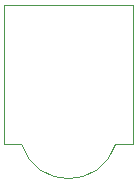
<source format=gbr>
%TF.GenerationSoftware,KiCad,Pcbnew,(5.1.8)-1*%
%TF.CreationDate,2021-09-09T14:13:13-04:00*%
%TF.ProjectId,IR_TEMP_V1,49525f54-454d-4505-9f56-312e6b696361,rev?*%
%TF.SameCoordinates,Original*%
%TF.FileFunction,Profile,NP*%
%FSLAX46Y46*%
G04 Gerber Fmt 4.6, Leading zero omitted, Abs format (unit mm)*
G04 Created by KiCad (PCBNEW (5.1.8)-1) date 2021-09-09 14:13:13*
%MOMM*%
%LPD*%
G01*
G04 APERTURE LIST*
%TA.AperFunction,Profile*%
%ADD10C,0.050000*%
%TD*%
G04 APERTURE END LIST*
D10*
X186999997Y-61800001D02*
G75*
G02*
X179000000Y-61800000I-3999998J1250000D01*
G01*
X177500000Y-61800000D02*
X177500000Y-50000000D01*
X179000000Y-61800000D02*
X177500000Y-61800000D01*
X188499998Y-61800001D02*
X186999998Y-61800001D01*
X188500000Y-50000000D02*
X188500000Y-61800000D01*
X177500000Y-50000000D02*
X188500000Y-50000000D01*
M02*

</source>
